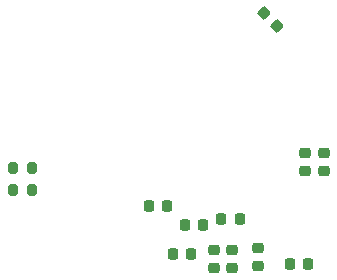
<source format=gbp>
%TF.GenerationSoftware,KiCad,Pcbnew,(7.0.0-0)*%
%TF.CreationDate,2023-03-31T20:35:08+03:00*%
%TF.ProjectId,base_board,62617365-5f62-46f6-9172-642e6b696361,rev?*%
%TF.SameCoordinates,Original*%
%TF.FileFunction,Paste,Bot*%
%TF.FilePolarity,Positive*%
%FSLAX46Y46*%
G04 Gerber Fmt 4.6, Leading zero omitted, Abs format (unit mm)*
G04 Created by KiCad (PCBNEW (7.0.0-0)) date 2023-03-31 20:35:08*
%MOMM*%
%LPD*%
G01*
G04 APERTURE LIST*
G04 Aperture macros list*
%AMRoundRect*
0 Rectangle with rounded corners*
0 $1 Rounding radius*
0 $2 $3 $4 $5 $6 $7 $8 $9 X,Y pos of 4 corners*
0 Add a 4 corners polygon primitive as box body*
4,1,4,$2,$3,$4,$5,$6,$7,$8,$9,$2,$3,0*
0 Add four circle primitives for the rounded corners*
1,1,$1+$1,$2,$3*
1,1,$1+$1,$4,$5*
1,1,$1+$1,$6,$7*
1,1,$1+$1,$8,$9*
0 Add four rect primitives between the rounded corners*
20,1,$1+$1,$2,$3,$4,$5,0*
20,1,$1+$1,$4,$5,$6,$7,0*
20,1,$1+$1,$6,$7,$8,$9,0*
20,1,$1+$1,$8,$9,$2,$3,0*%
G04 Aperture macros list end*
%ADD10RoundRect,0.225000X-0.225000X-0.250000X0.225000X-0.250000X0.225000X0.250000X-0.225000X0.250000X0*%
%ADD11RoundRect,0.225000X0.250000X-0.225000X0.250000X0.225000X-0.250000X0.225000X-0.250000X-0.225000X0*%
%ADD12RoundRect,0.225000X-0.250000X0.225000X-0.250000X-0.225000X0.250000X-0.225000X0.250000X0.225000X0*%
%ADD13RoundRect,0.225000X-0.335876X-0.017678X-0.017678X-0.335876X0.335876X0.017678X0.017678X0.335876X0*%
%ADD14RoundRect,0.225000X0.225000X0.250000X-0.225000X0.250000X-0.225000X-0.250000X0.225000X-0.250000X0*%
%ADD15RoundRect,0.200000X-0.200000X-0.275000X0.200000X-0.275000X0.200000X0.275000X-0.200000X0.275000X0*%
%ADD16RoundRect,0.200000X0.200000X0.275000X-0.200000X0.275000X-0.200000X-0.275000X0.200000X-0.275000X0*%
G04 APERTURE END LIST*
D10*
X131310000Y-107910000D03*
X132860000Y-107910000D03*
D11*
X134180000Y-100075000D03*
X134180000Y-98525000D03*
D12*
X126450000Y-106705000D03*
X126450000Y-108255000D03*
D13*
X129161992Y-86661992D03*
X130258008Y-87758008D03*
D12*
X124890000Y-106705000D03*
X124890000Y-108255000D03*
X128620000Y-106525000D03*
X128620000Y-108075000D03*
D14*
X127075000Y-104110000D03*
X125525000Y-104110000D03*
D10*
X122435000Y-104610000D03*
X123985000Y-104610000D03*
D14*
X122985000Y-107040000D03*
X121435000Y-107040000D03*
D15*
X107855000Y-99750000D03*
X109505000Y-99750000D03*
D11*
X132630000Y-100075000D03*
X132630000Y-98525000D03*
D16*
X109515000Y-101690000D03*
X107865000Y-101690000D03*
D10*
X119390000Y-102980000D03*
X120940000Y-102980000D03*
M02*

</source>
